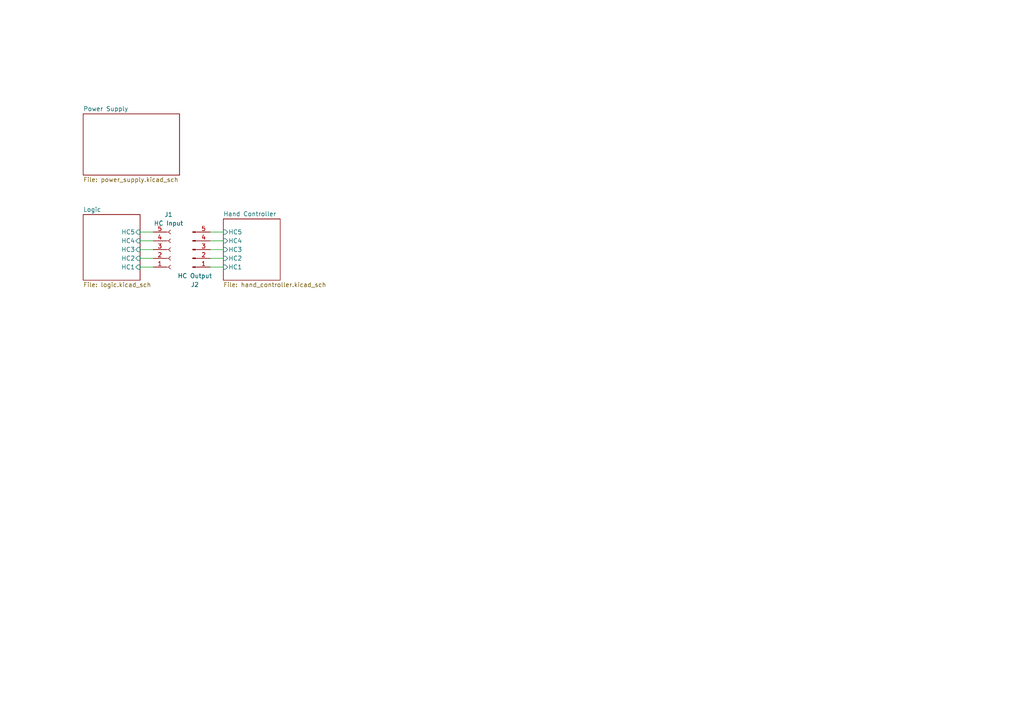
<source format=kicad_sch>
(kicad_sch (version 20230121) (generator eeschema)
  (paper "A4")
  (lib_symbols
    (symbol "Connector:Conn_01x05_Pin" (pin_names (offset 1.016) hide)
      (property "Reference" "J" (at 0 7.62 0))
      (property "Value" "Conn_01x05_Pin" (at 0 -7.62 0))
      (symbol "Conn_01x05_Pin_1_1"
        (polyline (pts (xy 1.27 -5.08) (xy 0.8636 -5.08)) (stroke (width 0.1524)))
        (polyline (pts (xy 1.27 -2.54) (xy 0.8636 -2.54)) (stroke (width 0.1524)))
        (polyline (pts (xy 1.27 0) (xy 0.8636 0)) (stroke (width 0.1524)))
        (polyline (pts (xy 1.27 2.54) (xy 0.8636 2.54)) (stroke (width 0.1524)))
        (polyline (pts (xy 1.27 5.08) (xy 0.8636 5.08)) (stroke (width 0.1524)))
        (rectangle (start 0.8636 -4.953) (end 0 -5.207) (stroke (width 0.1524)) (fill (type outline)))
        (rectangle (start 0.8636 -2.413) (end 0 -2.667) (stroke (width 0.1524)) (fill (type outline)))
        (rectangle (start 0.8636 0.127) (end 0 -0.127) (stroke (width 0.1524)) (fill (type outline)))
        (rectangle (start 0.8636 2.667) (end 0 2.413) (stroke (width 0.1524)) (fill (type outline)))
        (rectangle (start 0.8636 5.207) (end 0 4.953) (stroke (width 0.1524)) (fill (type outline)))
        (pin passive line (at 5.08 5.08 180) (length 3.81) (name "Pin_1") (number "1"))
        (pin passive line (at 5.08 2.54 180) (length 3.81) (name "Pin_2") (number "2"))
        (pin passive line (at 5.08 0 180) (length 3.81) (name "Pin_3") (number "3"))
        (pin passive line (at 5.08 -2.54 180) (length 3.81) (name "Pin_4") (number "4"))
        (pin passive line (at 5.08 -5.08 180) (length 3.81) (name "Pin_5") (number "5"))
      )
    )
    (symbol "Connector:Conn_01x05_Socket" (pin_names (offset 1.016) hide)
      (property "Reference" "J" (at 0 7.62 0))
      (property "Value" "Conn_01x05_Socket" (at 0 -7.62 0))
      (symbol "Conn_01x05_Socket_1_1"
        (arc (start 0 -4.572) (mid -0.5058 -5.08) (end 0 -5.588) (stroke (width 0.1524)))
        (arc (start 0 -2.032) (mid -0.5058 -2.54) (end 0 -3.048) (stroke (width 0.1524)))
        (polyline (pts (xy -1.27 -5.08) (xy -0.508 -5.08)) (stroke (width 0.1524)))
        (polyline (pts (xy -1.27 -2.54) (xy -0.508 -2.54)) (stroke (width 0.1524)))
        (polyline (pts (xy -1.27 0) (xy -0.508 0)) (stroke (width 0.1524)))
        (polyline (pts (xy -1.27 2.54) (xy -0.508 2.54)) (stroke (width 0.1524)))
        (polyline (pts (xy -1.27 5.08) (xy -0.508 5.08)) (stroke (width 0.1524)))
        (arc (start 0 0.508) (mid -0.5058 0) (end 0 -0.508) (stroke (width 0.1524)))
        (arc (start 0 3.048) (mid -0.5058 2.54) (end 0 2.032) (stroke (width 0.1524)))
        (arc (start 0 5.588) (mid -0.5058 5.08) (end 0 4.572) (stroke (width 0.1524)))
        (pin passive line (at -5.08 5.08 0) (length 3.81) (name "Pin_1") (number "1"))
        (pin passive line (at -5.08 2.54 0) (length 3.81) (name "Pin_2") (number "2"))
        (pin passive line (at -5.08 0 0) (length 3.81) (name "Pin_3") (number "3"))
        (pin passive line (at -5.08 -2.54 0) (length 3.81) (name "Pin_4") (number "4"))
        (pin passive line (at -5.08 -5.08 0) (length 3.81) (name "Pin_5") (number "5"))
      )
    )
  )
  (wire (pts (xy 60.96 69.85) (xy 64.77 69.85)))
  (wire (pts (xy 44.45 74.93) (xy 40.64 74.93)))
  (wire (pts (xy 60.96 77.47) (xy 64.77 77.47)))
  (wire (pts (xy 60.96 67.31) (xy 64.77 67.31)))
  (wire (pts (xy 40.64 67.31) (xy 44.45 67.31)))
  (wire (pts (xy 40.64 77.47) (xy 44.45 77.47)))
  (wire (pts (xy 40.64 72.39) (xy 44.45 72.39)))
  (wire (pts (xy 60.96 72.39) (xy 64.77 72.39)))
  (wire (pts (xy 40.64 69.85) (xy 44.45 69.85)))
  (wire (pts (xy 60.96 74.93) (xy 64.77 74.93)))
  (symbol (lib_id "Connector:Conn_01x05_Socket") (at 49.53 72.39 0) (mirror x) (unit 1)
    (property "Reference" "J1" (at 48.895 62.23 0))
    (property "Value" "HC Input" (at 48.895 64.77 0))
    (property "Footprint" "Connector_JST:JST_XH_B5B-XH-AM_1x05_P2.50mm_Vertical" (effects hide))
  )
  (symbol (lib_id "Connector:Conn_01x05_Pin") (at 55.88 72.39 0) (mirror x) (unit 1)
    (property "Reference" "J2" (at 56.515 82.55 0))
    (property "Value" "HC Output" (at 56.515 80.01 0))
    (property "Footprint" "Connector_JST:JST_XH_B5B-XH-AM_1x05_P2.50mm_Vertical" (effects hide))
  )
  (sheet (at 24.13 62.23) (size 16.51 19.05) (stroke (width 0.1524))
    (property "Sheetname" "Logic" (at 24.13 61.5184 0) (effects (justify left bottom)))
    (property "Sheetfile" "logic.kicad_sch" (at 24.13 81.8646 0) (effects (justify left top)))
    (pin "HC5" input (at 40.64 67.31 0))
    (pin "HC4" input (at 40.64 69.85 0))
    (pin "HC3" input (at 40.64 72.39 0))
    (pin "HC2" input (at 40.64 74.93 0))
    (pin "HC1" input (at 40.64 77.47 0))
  )
  (sheet (at 64.77 63.5) (size 16.51 17.78) (stroke (width 0.1524))
    (property "Sheetname" "Hand Controller" (at 64.77 62.7884 0) (effects (justify left bottom)))
    (property "Sheetfile" "hand_controller.kicad_sch" (at 64.77 81.8646 0) (effects (justify left top)))
    (pin "HC1" input (at 64.77 77.47 180))
    (pin "HC2" input (at 64.77 74.93 180))
    (pin "HC3" input (at 64.77 72.39 180))
    (pin "HC4" input (at 64.77 69.85 180))
    (pin "HC5" input (at 64.77 67.31 180))
  )
  (sheet (at 24.13 33.02) (size 27.94 17.78) (stroke (width 0.1524))
    (property "Sheetname" "Power Supply" (at 24.13 32.3084 0) (effects (justify left bottom)))
    (property "Sheetfile" "power_supply.kicad_sch" (at 24.13 51.3846 0) (effects (justify left top)))
  )
)
</source>
